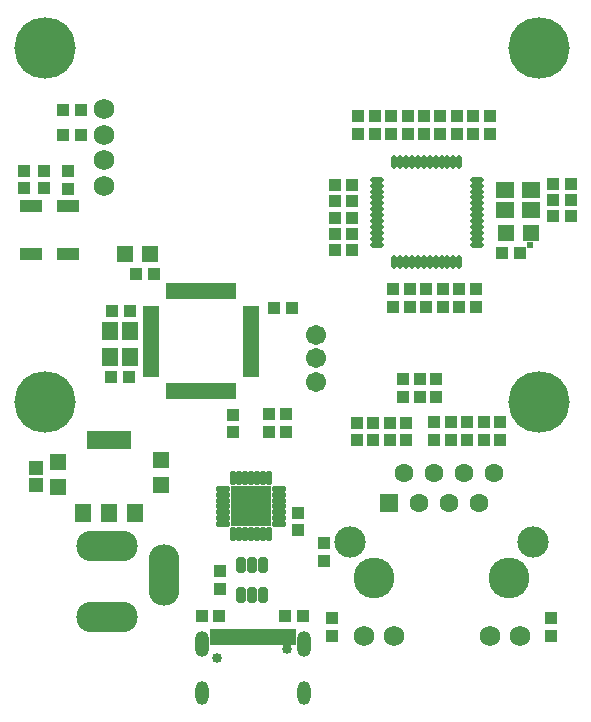
<source format=gts>
G04*
G04 #@! TF.GenerationSoftware,Altium Limited,Altium Designer,20.0.12 (288)*
G04*
G04 Layer_Color=8388736*
%FSLAX44Y44*%
%MOMM*%
G71*
G01*
G75*
%ADD35R,1.4032X1.6032*%
%ADD36R,3.7032X1.6032*%
%ADD37R,1.0032X1.0032*%
%ADD38R,1.4032X1.4032*%
%ADD39R,1.4032X1.4032*%
%ADD40R,1.0032X1.0032*%
%ADD41R,1.1732X1.2032*%
%ADD42R,1.9032X1.1032*%
G04:AMPARAMS|DCode=43|XSize=1.4132mm|YSize=0.7932mm|CornerRadius=0.1754mm|HoleSize=0mm|Usage=FLASHONLY|Rotation=90.000|XOffset=0mm|YOffset=0mm|HoleType=Round|Shape=RoundedRectangle|*
%AMROUNDEDRECTD43*
21,1,1.4132,0.4425,0,0,90.0*
21,1,1.0625,0.7932,0,0,90.0*
1,1,0.3507,0.2213,0.5313*
1,1,0.3507,0.2213,-0.5313*
1,1,0.3507,-0.2213,-0.5313*
1,1,0.3507,-0.2213,0.5313*
%
%ADD43ROUNDEDRECTD43*%
%ADD44C,1.7032*%
%ADD45R,0.5032X1.3432*%
G04:AMPARAMS|DCode=46|XSize=1.1732mm|YSize=0.4632mm|CornerRadius=0.1341mm|HoleSize=0mm|Usage=FLASHONLY|Rotation=180.000|XOffset=0mm|YOffset=0mm|HoleType=Round|Shape=RoundedRectangle|*
%AMROUNDEDRECTD46*
21,1,1.1732,0.1950,0,0,180.0*
21,1,0.9050,0.4632,0,0,180.0*
1,1,0.2682,-0.4525,0.0975*
1,1,0.2682,0.4525,0.0975*
1,1,0.2682,0.4525,-0.0975*
1,1,0.2682,-0.4525,-0.0975*
%
%ADD46ROUNDEDRECTD46*%
G04:AMPARAMS|DCode=47|XSize=1.1732mm|YSize=0.4632mm|CornerRadius=0.1341mm|HoleSize=0mm|Usage=FLASHONLY|Rotation=90.000|XOffset=0mm|YOffset=0mm|HoleType=Round|Shape=RoundedRectangle|*
%AMROUNDEDRECTD47*
21,1,1.1732,0.1950,0,0,90.0*
21,1,0.9050,0.4632,0,0,90.0*
1,1,0.2682,0.0975,0.4525*
1,1,0.2682,0.0975,-0.4525*
1,1,0.2682,-0.0975,-0.4525*
1,1,0.2682,-0.0975,0.4525*
%
%ADD47ROUNDEDRECTD47*%
%ADD48R,3.3532X3.3532*%
G04:AMPARAMS|DCode=49|XSize=0.4432mm|YSize=1.2032mm|CornerRadius=0.1616mm|HoleSize=0mm|Usage=FLASHONLY|Rotation=0.000|XOffset=0mm|YOffset=0mm|HoleType=Round|Shape=RoundedRectangle|*
%AMROUNDEDRECTD49*
21,1,0.4432,0.8800,0,0,0.0*
21,1,0.1200,1.2032,0,0,0.0*
1,1,0.3232,0.0600,-0.4400*
1,1,0.3232,-0.0600,-0.4400*
1,1,0.3232,-0.0600,0.4400*
1,1,0.3232,0.0600,0.4400*
%
%ADD49ROUNDEDRECTD49*%
G04:AMPARAMS|DCode=50|XSize=0.4432mm|YSize=1.2032mm|CornerRadius=0.1616mm|HoleSize=0mm|Usage=FLASHONLY|Rotation=90.000|XOffset=0mm|YOffset=0mm|HoleType=Round|Shape=RoundedRectangle|*
%AMROUNDEDRECTD50*
21,1,0.4432,0.8800,0,0,90.0*
21,1,0.1200,1.2032,0,0,90.0*
1,1,0.3232,0.4400,0.0600*
1,1,0.3232,0.4400,-0.0600*
1,1,0.3232,-0.4400,-0.0600*
1,1,0.3232,-0.4400,0.0600*
%
%ADD50ROUNDEDRECTD50*%
%ADD51R,1.6032X1.4032*%
%ADD52R,1.4032X0.5032*%
%ADD53R,0.5032X1.4032*%
%ADD54O,5.2032X2.6032*%
%ADD55O,2.6032X5.2032*%
%ADD56C,0.8532*%
%ADD57O,1.2032X2.2032*%
%ADD58O,1.1032X2.0032*%
%ADD59C,1.7272*%
%ADD60C,3.4532*%
%ADD61C,2.6482*%
%ADD62C,1.7332*%
%ADD63C,1.6012*%
%ADD64R,1.6012X1.6012*%
%ADD65C,5.2032*%
%ADD66C,0.6032*%
D35*
X1365450Y420250D02*
D03*
X1387750D02*
D03*
X1410050D02*
D03*
X1388750Y574000D02*
D03*
Y552000D02*
D03*
X1405750D02*
D03*
Y574000D02*
D03*
D36*
X1387750Y482250D02*
D03*
D37*
X1481500Y356250D02*
D03*
Y371250D02*
D03*
X1691250Y482000D02*
D03*
Y497000D02*
D03*
X1628500Y594750D02*
D03*
Y609750D02*
D03*
X1315470Y695000D02*
D03*
Y710000D02*
D03*
X1353220Y709750D02*
D03*
Y694750D02*
D03*
X1332720Y710000D02*
D03*
Y695000D02*
D03*
X1548000Y405500D02*
D03*
Y420500D02*
D03*
X1611500Y481750D02*
D03*
Y496750D02*
D03*
X1625500Y481750D02*
D03*
Y496750D02*
D03*
X1663250Y497000D02*
D03*
Y482000D02*
D03*
X1677250D02*
D03*
Y497000D02*
D03*
X1576250Y331250D02*
D03*
Y316250D02*
D03*
X1665000Y533500D02*
D03*
Y518500D02*
D03*
X1656500Y594750D02*
D03*
Y609750D02*
D03*
X1569500Y379500D02*
D03*
Y394500D02*
D03*
X1642500Y594750D02*
D03*
Y609750D02*
D03*
X1523500Y504000D02*
D03*
Y489000D02*
D03*
X1651000Y518500D02*
D03*
Y533500D02*
D03*
X1684500Y594750D02*
D03*
Y609750D02*
D03*
X1698500Y594750D02*
D03*
Y609750D02*
D03*
X1762250Y331000D02*
D03*
Y316000D02*
D03*
X1710250Y741250D02*
D03*
Y756250D02*
D03*
X1696250Y741250D02*
D03*
Y756250D02*
D03*
X1682500Y741250D02*
D03*
Y756250D02*
D03*
X1654750Y741250D02*
D03*
Y756250D02*
D03*
X1640740Y741160D02*
D03*
Y756160D02*
D03*
X1626770Y741160D02*
D03*
Y756160D02*
D03*
X1612800Y741160D02*
D03*
Y756160D02*
D03*
X1598830Y741160D02*
D03*
Y756160D02*
D03*
X1668500Y741250D02*
D03*
Y756250D02*
D03*
X1537750Y504000D02*
D03*
Y489000D02*
D03*
X1639500Y481750D02*
D03*
Y496750D02*
D03*
X1597500Y481750D02*
D03*
Y496750D02*
D03*
X1705250Y482000D02*
D03*
Y497000D02*
D03*
X1637000Y518500D02*
D03*
Y533500D02*
D03*
X1719250Y497000D02*
D03*
Y482000D02*
D03*
X1493000Y488500D02*
D03*
Y503500D02*
D03*
X1670500Y594750D02*
D03*
Y609750D02*
D03*
D38*
X1401750Y639750D02*
D03*
X1422750D02*
D03*
X1745000Y657250D02*
D03*
X1724000D02*
D03*
D39*
X1431500Y464750D02*
D03*
Y443750D02*
D03*
X1344750Y463000D02*
D03*
Y442000D02*
D03*
D40*
X1389750Y535000D02*
D03*
X1404750D02*
D03*
X1390250Y591250D02*
D03*
X1405250D02*
D03*
X1552250Y333000D02*
D03*
X1537250D02*
D03*
X1481250D02*
D03*
X1466250D02*
D03*
X1364000Y740000D02*
D03*
X1349000D02*
D03*
Y761500D02*
D03*
X1364000D02*
D03*
X1579000Y670250D02*
D03*
X1594000D02*
D03*
X1579000Y698000D02*
D03*
X1594000D02*
D03*
X1579000Y642500D02*
D03*
X1594000D02*
D03*
X1579000Y656500D02*
D03*
X1594000D02*
D03*
X1736000Y640250D02*
D03*
X1721000D02*
D03*
X1779000Y685000D02*
D03*
X1764000D02*
D03*
X1579000Y684000D02*
D03*
X1594000D02*
D03*
X1779000Y699000D02*
D03*
X1764000D02*
D03*
X1764000Y671250D02*
D03*
X1779000D02*
D03*
X1410750Y622750D02*
D03*
X1425750D02*
D03*
X1542530Y593670D02*
D03*
X1527530D02*
D03*
D41*
X1325750Y458200D02*
D03*
Y443500D02*
D03*
D42*
X1321470Y639500D02*
D03*
Y680500D02*
D03*
X1353470Y639500D02*
D03*
Y680500D02*
D03*
D43*
X1499500Y350750D02*
D03*
X1509000D02*
D03*
X1518500D02*
D03*
Y375850D02*
D03*
X1509000D02*
D03*
X1499500D02*
D03*
D44*
X1563500Y571250D02*
D03*
Y551250D02*
D03*
Y531000D02*
D03*
D45*
X1507220Y315500D02*
D03*
X1502220D02*
D03*
X1497220D02*
D03*
X1492220D02*
D03*
X1487220D02*
D03*
X1484220D02*
D03*
X1479220D02*
D03*
X1476220D02*
D03*
X1512220D02*
D03*
X1517220D02*
D03*
X1522220D02*
D03*
X1527220D02*
D03*
X1532220D02*
D03*
X1535220D02*
D03*
X1540220D02*
D03*
X1543220D02*
D03*
D46*
X1531700Y410750D02*
D03*
Y415750D02*
D03*
Y420750D02*
D03*
Y425750D02*
D03*
Y430750D02*
D03*
Y435750D02*
D03*
Y440750D02*
D03*
X1484300D02*
D03*
Y435750D02*
D03*
Y430750D02*
D03*
Y425750D02*
D03*
Y420750D02*
D03*
Y415750D02*
D03*
Y410750D02*
D03*
D47*
X1493000Y402050D02*
D03*
X1498000D02*
D03*
X1503000D02*
D03*
X1508000D02*
D03*
X1513000D02*
D03*
X1518000D02*
D03*
X1523000D02*
D03*
Y449450D02*
D03*
X1518000D02*
D03*
X1513000D02*
D03*
X1508000D02*
D03*
X1503000D02*
D03*
X1498000D02*
D03*
X1493000D02*
D03*
D48*
X1508000Y425750D02*
D03*
D49*
X1629390Y717370D02*
D03*
X1634390D02*
D03*
X1639390D02*
D03*
X1644390D02*
D03*
X1649390D02*
D03*
X1654390D02*
D03*
X1659390D02*
D03*
X1664390D02*
D03*
X1669390D02*
D03*
X1674390D02*
D03*
X1679390D02*
D03*
X1684390D02*
D03*
Y632370D02*
D03*
X1679390D02*
D03*
X1674390D02*
D03*
X1669390D02*
D03*
X1664390D02*
D03*
X1659390D02*
D03*
X1654390D02*
D03*
X1649390D02*
D03*
X1644390D02*
D03*
X1639390D02*
D03*
X1634390D02*
D03*
X1629390D02*
D03*
D50*
X1699390Y702370D02*
D03*
Y697370D02*
D03*
Y692370D02*
D03*
Y687370D02*
D03*
Y682370D02*
D03*
Y677370D02*
D03*
Y672370D02*
D03*
Y667370D02*
D03*
Y662370D02*
D03*
Y657370D02*
D03*
Y652370D02*
D03*
Y647370D02*
D03*
X1614390D02*
D03*
Y652370D02*
D03*
Y657370D02*
D03*
Y662370D02*
D03*
Y667370D02*
D03*
Y672370D02*
D03*
Y677370D02*
D03*
Y682370D02*
D03*
Y687370D02*
D03*
Y692370D02*
D03*
Y697370D02*
D03*
Y702370D02*
D03*
D51*
X1723250Y676750D02*
D03*
X1745250D02*
D03*
Y693750D02*
D03*
X1723250D02*
D03*
D52*
X1423240Y593110D02*
D03*
Y588110D02*
D03*
Y583110D02*
D03*
Y578110D02*
D03*
Y573110D02*
D03*
Y568110D02*
D03*
Y563110D02*
D03*
Y558110D02*
D03*
Y553110D02*
D03*
Y548110D02*
D03*
Y543110D02*
D03*
Y538110D02*
D03*
X1508240D02*
D03*
Y543110D02*
D03*
Y548110D02*
D03*
Y553110D02*
D03*
Y558110D02*
D03*
Y563110D02*
D03*
Y568110D02*
D03*
Y573110D02*
D03*
Y578110D02*
D03*
Y583110D02*
D03*
Y588110D02*
D03*
Y593110D02*
D03*
D53*
X1438240Y523110D02*
D03*
X1443240D02*
D03*
X1448240D02*
D03*
X1453240D02*
D03*
X1458240D02*
D03*
X1463240D02*
D03*
X1468240D02*
D03*
X1473240D02*
D03*
X1478240D02*
D03*
X1483240D02*
D03*
X1488240D02*
D03*
X1493240D02*
D03*
Y608110D02*
D03*
X1488240D02*
D03*
X1483240D02*
D03*
X1478240D02*
D03*
X1473240D02*
D03*
X1468240D02*
D03*
X1463240D02*
D03*
X1458240D02*
D03*
X1453240D02*
D03*
X1448240D02*
D03*
X1443240D02*
D03*
X1438240D02*
D03*
D54*
X1386000Y332500D02*
D03*
Y392500D02*
D03*
D55*
X1434000Y367500D02*
D03*
D56*
X1479240Y297720D02*
D03*
X1538620Y304800D02*
D03*
D57*
X1466470Y309600D02*
D03*
X1552970D02*
D03*
D58*
X1466470Y267800D02*
D03*
X1552970D02*
D03*
D59*
X1384000Y697250D02*
D03*
Y718850D02*
D03*
Y740450D02*
D03*
Y762050D02*
D03*
D60*
X1612600Y365200D02*
D03*
X1726900D02*
D03*
D61*
X1747200Y395700D02*
D03*
X1592300D02*
D03*
D62*
X1710600Y316200D02*
D03*
X1736000D02*
D03*
X1628900D02*
D03*
X1603500D02*
D03*
D63*
X1714150Y454100D02*
D03*
X1701450Y428700D02*
D03*
X1688750Y454100D02*
D03*
X1676050Y428700D02*
D03*
X1663350Y454100D02*
D03*
X1650650Y428700D02*
D03*
X1637950Y454100D02*
D03*
D64*
X1625250Y428700D02*
D03*
D65*
X1752250Y814000D02*
D03*
X1333500D02*
D03*
X1752250Y514250D02*
D03*
X1333750Y514500D02*
D03*
D66*
X1579000Y656500D02*
D03*
X1744500Y647500D02*
D03*
X1736000Y640250D02*
D03*
X1719500Y497000D02*
D03*
X1481500Y371250D02*
D03*
X1365450Y420250D02*
D03*
X1321470Y639500D02*
D03*
X1401750Y639750D02*
D03*
M02*

</source>
